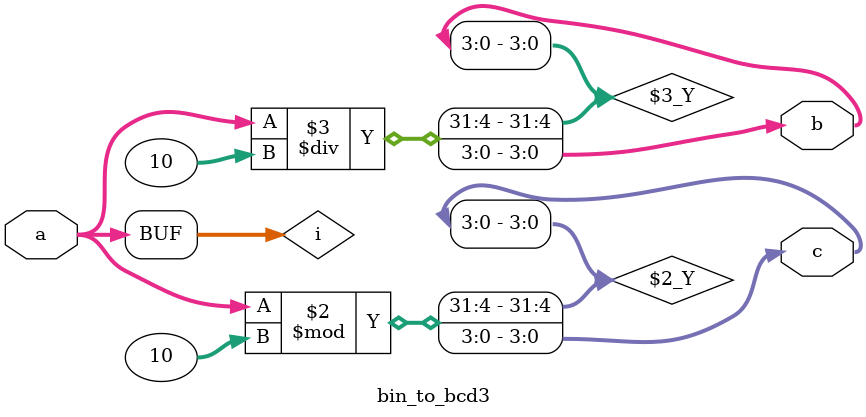
<source format=v>
module bin_to_bcd3(input [5:0]a,output reg [3:0]c,output reg [3:0]b);

reg[5:0] i;
 

always @ (a) begin  
i=a;
c[3:0]<=i%10;
b[3:0]<=i/10;
  end
endmodule
</source>
